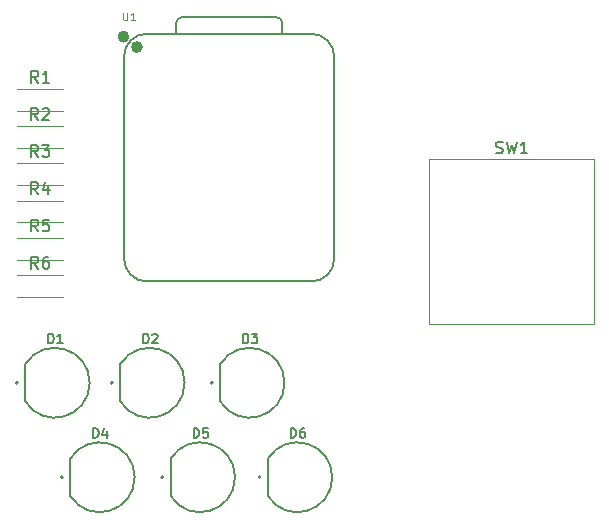
<source format=gbr>
%TF.GenerationSoftware,KiCad,Pcbnew,9.0.3*%
%TF.CreationDate,2025-07-29T19:30:13-04:00*%
%TF.ProjectId,Pathfinder,50617468-6669-46e6-9465-722e6b696361,rev?*%
%TF.SameCoordinates,Original*%
%TF.FileFunction,Legend,Top*%
%TF.FilePolarity,Positive*%
%FSLAX46Y46*%
G04 Gerber Fmt 4.6, Leading zero omitted, Abs format (unit mm)*
G04 Created by KiCad (PCBNEW 9.0.3) date 2025-07-29 19:30:13*
%MOMM*%
%LPD*%
G01*
G04 APERTURE LIST*
%ADD10C,0.150000*%
%ADD11C,0.101600*%
%ADD12C,0.120000*%
%ADD13C,0.127000*%
%ADD14C,0.100000*%
%ADD15C,0.504000*%
%ADD16C,0.200000*%
G04 APERTURE END LIST*
D10*
X154333333Y-78584819D02*
X154000000Y-78108628D01*
X153761905Y-78584819D02*
X153761905Y-77584819D01*
X153761905Y-77584819D02*
X154142857Y-77584819D01*
X154142857Y-77584819D02*
X154238095Y-77632438D01*
X154238095Y-77632438D02*
X154285714Y-77680057D01*
X154285714Y-77680057D02*
X154333333Y-77775295D01*
X154333333Y-77775295D02*
X154333333Y-77918152D01*
X154333333Y-77918152D02*
X154285714Y-78013390D01*
X154285714Y-78013390D02*
X154238095Y-78061009D01*
X154238095Y-78061009D02*
X154142857Y-78108628D01*
X154142857Y-78108628D02*
X153761905Y-78108628D01*
X155285714Y-78584819D02*
X154714286Y-78584819D01*
X155000000Y-78584819D02*
X155000000Y-77584819D01*
X155000000Y-77584819D02*
X154904762Y-77727676D01*
X154904762Y-77727676D02*
X154809524Y-77822914D01*
X154809524Y-77822914D02*
X154714286Y-77870533D01*
D11*
X161516190Y-72653479D02*
X161516190Y-73167526D01*
X161516190Y-73167526D02*
X161546428Y-73228002D01*
X161546428Y-73228002D02*
X161576666Y-73258241D01*
X161576666Y-73258241D02*
X161637142Y-73288479D01*
X161637142Y-73288479D02*
X161758095Y-73288479D01*
X161758095Y-73288479D02*
X161818571Y-73258241D01*
X161818571Y-73258241D02*
X161848809Y-73228002D01*
X161848809Y-73228002D02*
X161879047Y-73167526D01*
X161879047Y-73167526D02*
X161879047Y-72653479D01*
X162514047Y-73288479D02*
X162151190Y-73288479D01*
X162332618Y-73288479D02*
X162332618Y-72653479D01*
X162332618Y-72653479D02*
X162272142Y-72744193D01*
X162272142Y-72744193D02*
X162211666Y-72804669D01*
X162211666Y-72804669D02*
X162151190Y-72834907D01*
D10*
X163219524Y-100654295D02*
X163219524Y-99854295D01*
X163219524Y-99854295D02*
X163410000Y-99854295D01*
X163410000Y-99854295D02*
X163524286Y-99892390D01*
X163524286Y-99892390D02*
X163600476Y-99968580D01*
X163600476Y-99968580D02*
X163638571Y-100044771D01*
X163638571Y-100044771D02*
X163676667Y-100197152D01*
X163676667Y-100197152D02*
X163676667Y-100311438D01*
X163676667Y-100311438D02*
X163638571Y-100463819D01*
X163638571Y-100463819D02*
X163600476Y-100540009D01*
X163600476Y-100540009D02*
X163524286Y-100616200D01*
X163524286Y-100616200D02*
X163410000Y-100654295D01*
X163410000Y-100654295D02*
X163219524Y-100654295D01*
X163981428Y-99930485D02*
X164019524Y-99892390D01*
X164019524Y-99892390D02*
X164095714Y-99854295D01*
X164095714Y-99854295D02*
X164286190Y-99854295D01*
X164286190Y-99854295D02*
X164362381Y-99892390D01*
X164362381Y-99892390D02*
X164400476Y-99930485D01*
X164400476Y-99930485D02*
X164438571Y-100006676D01*
X164438571Y-100006676D02*
X164438571Y-100082866D01*
X164438571Y-100082866D02*
X164400476Y-100197152D01*
X164400476Y-100197152D02*
X163943333Y-100654295D01*
X163943333Y-100654295D02*
X164438571Y-100654295D01*
X154333333Y-94334819D02*
X154000000Y-93858628D01*
X153761905Y-94334819D02*
X153761905Y-93334819D01*
X153761905Y-93334819D02*
X154142857Y-93334819D01*
X154142857Y-93334819D02*
X154238095Y-93382438D01*
X154238095Y-93382438D02*
X154285714Y-93430057D01*
X154285714Y-93430057D02*
X154333333Y-93525295D01*
X154333333Y-93525295D02*
X154333333Y-93668152D01*
X154333333Y-93668152D02*
X154285714Y-93763390D01*
X154285714Y-93763390D02*
X154238095Y-93811009D01*
X154238095Y-93811009D02*
X154142857Y-93858628D01*
X154142857Y-93858628D02*
X153761905Y-93858628D01*
X155190476Y-93334819D02*
X155000000Y-93334819D01*
X155000000Y-93334819D02*
X154904762Y-93382438D01*
X154904762Y-93382438D02*
X154857143Y-93430057D01*
X154857143Y-93430057D02*
X154761905Y-93572914D01*
X154761905Y-93572914D02*
X154714286Y-93763390D01*
X154714286Y-93763390D02*
X154714286Y-94144342D01*
X154714286Y-94144342D02*
X154761905Y-94239580D01*
X154761905Y-94239580D02*
X154809524Y-94287200D01*
X154809524Y-94287200D02*
X154904762Y-94334819D01*
X154904762Y-94334819D02*
X155095238Y-94334819D01*
X155095238Y-94334819D02*
X155190476Y-94287200D01*
X155190476Y-94287200D02*
X155238095Y-94239580D01*
X155238095Y-94239580D02*
X155285714Y-94144342D01*
X155285714Y-94144342D02*
X155285714Y-93906247D01*
X155285714Y-93906247D02*
X155238095Y-93811009D01*
X155238095Y-93811009D02*
X155190476Y-93763390D01*
X155190476Y-93763390D02*
X155095238Y-93715771D01*
X155095238Y-93715771D02*
X154904762Y-93715771D01*
X154904762Y-93715771D02*
X154809524Y-93763390D01*
X154809524Y-93763390D02*
X154761905Y-93811009D01*
X154761905Y-93811009D02*
X154714286Y-93906247D01*
X154333333Y-84884819D02*
X154000000Y-84408628D01*
X153761905Y-84884819D02*
X153761905Y-83884819D01*
X153761905Y-83884819D02*
X154142857Y-83884819D01*
X154142857Y-83884819D02*
X154238095Y-83932438D01*
X154238095Y-83932438D02*
X154285714Y-83980057D01*
X154285714Y-83980057D02*
X154333333Y-84075295D01*
X154333333Y-84075295D02*
X154333333Y-84218152D01*
X154333333Y-84218152D02*
X154285714Y-84313390D01*
X154285714Y-84313390D02*
X154238095Y-84361009D01*
X154238095Y-84361009D02*
X154142857Y-84408628D01*
X154142857Y-84408628D02*
X153761905Y-84408628D01*
X154666667Y-83884819D02*
X155285714Y-83884819D01*
X155285714Y-83884819D02*
X154952381Y-84265771D01*
X154952381Y-84265771D02*
X155095238Y-84265771D01*
X155095238Y-84265771D02*
X155190476Y-84313390D01*
X155190476Y-84313390D02*
X155238095Y-84361009D01*
X155238095Y-84361009D02*
X155285714Y-84456247D01*
X155285714Y-84456247D02*
X155285714Y-84694342D01*
X155285714Y-84694342D02*
X155238095Y-84789580D01*
X155238095Y-84789580D02*
X155190476Y-84837200D01*
X155190476Y-84837200D02*
X155095238Y-84884819D01*
X155095238Y-84884819D02*
X154809524Y-84884819D01*
X154809524Y-84884819D02*
X154714286Y-84837200D01*
X154714286Y-84837200D02*
X154666667Y-84789580D01*
X193086667Y-84533200D02*
X193229524Y-84580819D01*
X193229524Y-84580819D02*
X193467619Y-84580819D01*
X193467619Y-84580819D02*
X193562857Y-84533200D01*
X193562857Y-84533200D02*
X193610476Y-84485580D01*
X193610476Y-84485580D02*
X193658095Y-84390342D01*
X193658095Y-84390342D02*
X193658095Y-84295104D01*
X193658095Y-84295104D02*
X193610476Y-84199866D01*
X193610476Y-84199866D02*
X193562857Y-84152247D01*
X193562857Y-84152247D02*
X193467619Y-84104628D01*
X193467619Y-84104628D02*
X193277143Y-84057009D01*
X193277143Y-84057009D02*
X193181905Y-84009390D01*
X193181905Y-84009390D02*
X193134286Y-83961771D01*
X193134286Y-83961771D02*
X193086667Y-83866533D01*
X193086667Y-83866533D02*
X193086667Y-83771295D01*
X193086667Y-83771295D02*
X193134286Y-83676057D01*
X193134286Y-83676057D02*
X193181905Y-83628438D01*
X193181905Y-83628438D02*
X193277143Y-83580819D01*
X193277143Y-83580819D02*
X193515238Y-83580819D01*
X193515238Y-83580819D02*
X193658095Y-83628438D01*
X193991429Y-83580819D02*
X194229524Y-84580819D01*
X194229524Y-84580819D02*
X194420000Y-83866533D01*
X194420000Y-83866533D02*
X194610476Y-84580819D01*
X194610476Y-84580819D02*
X194848572Y-83580819D01*
X195753333Y-84580819D02*
X195181905Y-84580819D01*
X195467619Y-84580819D02*
X195467619Y-83580819D01*
X195467619Y-83580819D02*
X195372381Y-83723676D01*
X195372381Y-83723676D02*
X195277143Y-83818914D01*
X195277143Y-83818914D02*
X195181905Y-83866533D01*
X155179524Y-100654295D02*
X155179524Y-99854295D01*
X155179524Y-99854295D02*
X155370000Y-99854295D01*
X155370000Y-99854295D02*
X155484286Y-99892390D01*
X155484286Y-99892390D02*
X155560476Y-99968580D01*
X155560476Y-99968580D02*
X155598571Y-100044771D01*
X155598571Y-100044771D02*
X155636667Y-100197152D01*
X155636667Y-100197152D02*
X155636667Y-100311438D01*
X155636667Y-100311438D02*
X155598571Y-100463819D01*
X155598571Y-100463819D02*
X155560476Y-100540009D01*
X155560476Y-100540009D02*
X155484286Y-100616200D01*
X155484286Y-100616200D02*
X155370000Y-100654295D01*
X155370000Y-100654295D02*
X155179524Y-100654295D01*
X156398571Y-100654295D02*
X155941428Y-100654295D01*
X156170000Y-100654295D02*
X156170000Y-99854295D01*
X156170000Y-99854295D02*
X156093809Y-99968580D01*
X156093809Y-99968580D02*
X156017619Y-100044771D01*
X156017619Y-100044771D02*
X155941428Y-100082866D01*
X171679524Y-100654295D02*
X171679524Y-99854295D01*
X171679524Y-99854295D02*
X171870000Y-99854295D01*
X171870000Y-99854295D02*
X171984286Y-99892390D01*
X171984286Y-99892390D02*
X172060476Y-99968580D01*
X172060476Y-99968580D02*
X172098571Y-100044771D01*
X172098571Y-100044771D02*
X172136667Y-100197152D01*
X172136667Y-100197152D02*
X172136667Y-100311438D01*
X172136667Y-100311438D02*
X172098571Y-100463819D01*
X172098571Y-100463819D02*
X172060476Y-100540009D01*
X172060476Y-100540009D02*
X171984286Y-100616200D01*
X171984286Y-100616200D02*
X171870000Y-100654295D01*
X171870000Y-100654295D02*
X171679524Y-100654295D01*
X172403333Y-99854295D02*
X172898571Y-99854295D01*
X172898571Y-99854295D02*
X172631905Y-100159057D01*
X172631905Y-100159057D02*
X172746190Y-100159057D01*
X172746190Y-100159057D02*
X172822381Y-100197152D01*
X172822381Y-100197152D02*
X172860476Y-100235247D01*
X172860476Y-100235247D02*
X172898571Y-100311438D01*
X172898571Y-100311438D02*
X172898571Y-100501914D01*
X172898571Y-100501914D02*
X172860476Y-100578104D01*
X172860476Y-100578104D02*
X172822381Y-100616200D01*
X172822381Y-100616200D02*
X172746190Y-100654295D01*
X172746190Y-100654295D02*
X172517619Y-100654295D01*
X172517619Y-100654295D02*
X172441428Y-100616200D01*
X172441428Y-100616200D02*
X172403333Y-100578104D01*
X175719524Y-108654295D02*
X175719524Y-107854295D01*
X175719524Y-107854295D02*
X175910000Y-107854295D01*
X175910000Y-107854295D02*
X176024286Y-107892390D01*
X176024286Y-107892390D02*
X176100476Y-107968580D01*
X176100476Y-107968580D02*
X176138571Y-108044771D01*
X176138571Y-108044771D02*
X176176667Y-108197152D01*
X176176667Y-108197152D02*
X176176667Y-108311438D01*
X176176667Y-108311438D02*
X176138571Y-108463819D01*
X176138571Y-108463819D02*
X176100476Y-108540009D01*
X176100476Y-108540009D02*
X176024286Y-108616200D01*
X176024286Y-108616200D02*
X175910000Y-108654295D01*
X175910000Y-108654295D02*
X175719524Y-108654295D01*
X176862381Y-107854295D02*
X176710000Y-107854295D01*
X176710000Y-107854295D02*
X176633809Y-107892390D01*
X176633809Y-107892390D02*
X176595714Y-107930485D01*
X176595714Y-107930485D02*
X176519524Y-108044771D01*
X176519524Y-108044771D02*
X176481428Y-108197152D01*
X176481428Y-108197152D02*
X176481428Y-108501914D01*
X176481428Y-108501914D02*
X176519524Y-108578104D01*
X176519524Y-108578104D02*
X176557619Y-108616200D01*
X176557619Y-108616200D02*
X176633809Y-108654295D01*
X176633809Y-108654295D02*
X176786190Y-108654295D01*
X176786190Y-108654295D02*
X176862381Y-108616200D01*
X176862381Y-108616200D02*
X176900476Y-108578104D01*
X176900476Y-108578104D02*
X176938571Y-108501914D01*
X176938571Y-108501914D02*
X176938571Y-108311438D01*
X176938571Y-108311438D02*
X176900476Y-108235247D01*
X176900476Y-108235247D02*
X176862381Y-108197152D01*
X176862381Y-108197152D02*
X176786190Y-108159057D01*
X176786190Y-108159057D02*
X176633809Y-108159057D01*
X176633809Y-108159057D02*
X176557619Y-108197152D01*
X176557619Y-108197152D02*
X176519524Y-108235247D01*
X176519524Y-108235247D02*
X176481428Y-108311438D01*
X158989524Y-108654295D02*
X158989524Y-107854295D01*
X158989524Y-107854295D02*
X159180000Y-107854295D01*
X159180000Y-107854295D02*
X159294286Y-107892390D01*
X159294286Y-107892390D02*
X159370476Y-107968580D01*
X159370476Y-107968580D02*
X159408571Y-108044771D01*
X159408571Y-108044771D02*
X159446667Y-108197152D01*
X159446667Y-108197152D02*
X159446667Y-108311438D01*
X159446667Y-108311438D02*
X159408571Y-108463819D01*
X159408571Y-108463819D02*
X159370476Y-108540009D01*
X159370476Y-108540009D02*
X159294286Y-108616200D01*
X159294286Y-108616200D02*
X159180000Y-108654295D01*
X159180000Y-108654295D02*
X158989524Y-108654295D01*
X160132381Y-108120961D02*
X160132381Y-108654295D01*
X159941905Y-107816200D02*
X159751428Y-108387628D01*
X159751428Y-108387628D02*
X160246667Y-108387628D01*
X154333333Y-91184819D02*
X154000000Y-90708628D01*
X153761905Y-91184819D02*
X153761905Y-90184819D01*
X153761905Y-90184819D02*
X154142857Y-90184819D01*
X154142857Y-90184819D02*
X154238095Y-90232438D01*
X154238095Y-90232438D02*
X154285714Y-90280057D01*
X154285714Y-90280057D02*
X154333333Y-90375295D01*
X154333333Y-90375295D02*
X154333333Y-90518152D01*
X154333333Y-90518152D02*
X154285714Y-90613390D01*
X154285714Y-90613390D02*
X154238095Y-90661009D01*
X154238095Y-90661009D02*
X154142857Y-90708628D01*
X154142857Y-90708628D02*
X153761905Y-90708628D01*
X155238095Y-90184819D02*
X154761905Y-90184819D01*
X154761905Y-90184819D02*
X154714286Y-90661009D01*
X154714286Y-90661009D02*
X154761905Y-90613390D01*
X154761905Y-90613390D02*
X154857143Y-90565771D01*
X154857143Y-90565771D02*
X155095238Y-90565771D01*
X155095238Y-90565771D02*
X155190476Y-90613390D01*
X155190476Y-90613390D02*
X155238095Y-90661009D01*
X155238095Y-90661009D02*
X155285714Y-90756247D01*
X155285714Y-90756247D02*
X155285714Y-90994342D01*
X155285714Y-90994342D02*
X155238095Y-91089580D01*
X155238095Y-91089580D02*
X155190476Y-91137200D01*
X155190476Y-91137200D02*
X155095238Y-91184819D01*
X155095238Y-91184819D02*
X154857143Y-91184819D01*
X154857143Y-91184819D02*
X154761905Y-91137200D01*
X154761905Y-91137200D02*
X154714286Y-91089580D01*
X167489524Y-108654295D02*
X167489524Y-107854295D01*
X167489524Y-107854295D02*
X167680000Y-107854295D01*
X167680000Y-107854295D02*
X167794286Y-107892390D01*
X167794286Y-107892390D02*
X167870476Y-107968580D01*
X167870476Y-107968580D02*
X167908571Y-108044771D01*
X167908571Y-108044771D02*
X167946667Y-108197152D01*
X167946667Y-108197152D02*
X167946667Y-108311438D01*
X167946667Y-108311438D02*
X167908571Y-108463819D01*
X167908571Y-108463819D02*
X167870476Y-108540009D01*
X167870476Y-108540009D02*
X167794286Y-108616200D01*
X167794286Y-108616200D02*
X167680000Y-108654295D01*
X167680000Y-108654295D02*
X167489524Y-108654295D01*
X168670476Y-107854295D02*
X168289524Y-107854295D01*
X168289524Y-107854295D02*
X168251428Y-108235247D01*
X168251428Y-108235247D02*
X168289524Y-108197152D01*
X168289524Y-108197152D02*
X168365714Y-108159057D01*
X168365714Y-108159057D02*
X168556190Y-108159057D01*
X168556190Y-108159057D02*
X168632381Y-108197152D01*
X168632381Y-108197152D02*
X168670476Y-108235247D01*
X168670476Y-108235247D02*
X168708571Y-108311438D01*
X168708571Y-108311438D02*
X168708571Y-108501914D01*
X168708571Y-108501914D02*
X168670476Y-108578104D01*
X168670476Y-108578104D02*
X168632381Y-108616200D01*
X168632381Y-108616200D02*
X168556190Y-108654295D01*
X168556190Y-108654295D02*
X168365714Y-108654295D01*
X168365714Y-108654295D02*
X168289524Y-108616200D01*
X168289524Y-108616200D02*
X168251428Y-108578104D01*
X154333333Y-81734819D02*
X154000000Y-81258628D01*
X153761905Y-81734819D02*
X153761905Y-80734819D01*
X153761905Y-80734819D02*
X154142857Y-80734819D01*
X154142857Y-80734819D02*
X154238095Y-80782438D01*
X154238095Y-80782438D02*
X154285714Y-80830057D01*
X154285714Y-80830057D02*
X154333333Y-80925295D01*
X154333333Y-80925295D02*
X154333333Y-81068152D01*
X154333333Y-81068152D02*
X154285714Y-81163390D01*
X154285714Y-81163390D02*
X154238095Y-81211009D01*
X154238095Y-81211009D02*
X154142857Y-81258628D01*
X154142857Y-81258628D02*
X153761905Y-81258628D01*
X154714286Y-80830057D02*
X154761905Y-80782438D01*
X154761905Y-80782438D02*
X154857143Y-80734819D01*
X154857143Y-80734819D02*
X155095238Y-80734819D01*
X155095238Y-80734819D02*
X155190476Y-80782438D01*
X155190476Y-80782438D02*
X155238095Y-80830057D01*
X155238095Y-80830057D02*
X155285714Y-80925295D01*
X155285714Y-80925295D02*
X155285714Y-81020533D01*
X155285714Y-81020533D02*
X155238095Y-81163390D01*
X155238095Y-81163390D02*
X154666667Y-81734819D01*
X154666667Y-81734819D02*
X155285714Y-81734819D01*
X154333333Y-88034819D02*
X154000000Y-87558628D01*
X153761905Y-88034819D02*
X153761905Y-87034819D01*
X153761905Y-87034819D02*
X154142857Y-87034819D01*
X154142857Y-87034819D02*
X154238095Y-87082438D01*
X154238095Y-87082438D02*
X154285714Y-87130057D01*
X154285714Y-87130057D02*
X154333333Y-87225295D01*
X154333333Y-87225295D02*
X154333333Y-87368152D01*
X154333333Y-87368152D02*
X154285714Y-87463390D01*
X154285714Y-87463390D02*
X154238095Y-87511009D01*
X154238095Y-87511009D02*
X154142857Y-87558628D01*
X154142857Y-87558628D02*
X153761905Y-87558628D01*
X155190476Y-87368152D02*
X155190476Y-88034819D01*
X154952381Y-86987200D02*
X154714286Y-87701485D01*
X154714286Y-87701485D02*
X155333333Y-87701485D01*
D12*
%TO.C,R1*%
X152580000Y-79130000D02*
X156420000Y-79130000D01*
X152580000Y-80970000D02*
X156420000Y-80970000D01*
D13*
%TO.C,U1*%
X161610000Y-93509000D02*
X161610000Y-76364000D01*
X163515000Y-95414000D02*
X177485000Y-95414000D01*
X166005000Y-74459000D02*
X166008728Y-73548728D01*
X166508728Y-73049000D02*
X174504000Y-73049000D01*
X175004000Y-73549000D02*
X175004000Y-74459000D01*
D14*
X177485000Y-74459000D02*
X163515000Y-74459000D01*
D13*
X177485000Y-74459000D02*
X163515000Y-74459000D01*
X179390000Y-93509000D02*
X179390000Y-76364000D01*
X161610000Y-76364000D02*
G75*
G02*
X163515000Y-74459000I1905001J-1D01*
G01*
X163515000Y-95414000D02*
G75*
G02*
X161610000Y-93509000I1J1905001D01*
G01*
X166008728Y-73548728D02*
G75*
G02*
X166508728Y-73049001I500018J-291D01*
G01*
X174504000Y-73049000D02*
G75*
G02*
X175004000Y-73549000I0J-500000D01*
G01*
X177485000Y-74459000D02*
G75*
G02*
X179390000Y-76364000I0J-1905000D01*
G01*
X179390000Y-93509000D02*
G75*
G02*
X177485000Y-95414000I-1905000J0D01*
G01*
D15*
X161802000Y-74700000D02*
G75*
G02*
X161298000Y-74700000I-252000J0D01*
G01*
X161298000Y-74700000D02*
G75*
G02*
X161802000Y-74700000I252000J0D01*
G01*
X162945000Y-75580000D02*
G75*
G02*
X162441000Y-75580000I-252000J0D01*
G01*
X162441000Y-75580000D02*
G75*
G02*
X162945000Y-75580000I252000J0D01*
G01*
D13*
%TO.C,D2*%
X161270000Y-102434000D02*
X161270000Y-105566000D01*
X161270000Y-102434000D02*
G75*
G02*
X161270000Y-105566000I2506124J-1566000D01*
G01*
D16*
X160670000Y-104000000D02*
G75*
G02*
X160470000Y-104000000I-100000J0D01*
G01*
X160470000Y-104000000D02*
G75*
G02*
X160670000Y-104000000I100000J0D01*
G01*
D12*
%TO.C,R6*%
X152580000Y-94880000D02*
X156420000Y-94880000D01*
X152580000Y-96720000D02*
X156420000Y-96720000D01*
%TO.C,R3*%
X152580000Y-85430000D02*
X156420000Y-85430000D01*
X152580000Y-87270000D02*
X156420000Y-87270000D01*
%TO.C,SW1*%
X187435000Y-85015000D02*
X201405000Y-85015000D01*
X187435000Y-98985000D02*
X187435000Y-85015000D01*
X201405000Y-85015000D02*
X201405000Y-98985000D01*
X201405000Y-98985000D02*
X187435000Y-98985000D01*
D13*
%TO.C,D1*%
X153230000Y-102434000D02*
X153230000Y-105566000D01*
X153230000Y-102434000D02*
G75*
G02*
X153230000Y-105566000I2506124J-1566000D01*
G01*
D16*
X152630000Y-104000000D02*
G75*
G02*
X152430000Y-104000000I-100000J0D01*
G01*
X152430000Y-104000000D02*
G75*
G02*
X152630000Y-104000000I100000J0D01*
G01*
D13*
%TO.C,D3*%
X169730000Y-102434000D02*
X169730000Y-105566000D01*
X169730000Y-102434000D02*
G75*
G02*
X169730000Y-105566000I2506124J-1566000D01*
G01*
D16*
X169130000Y-104000000D02*
G75*
G02*
X168930000Y-104000000I-100000J0D01*
G01*
X168930000Y-104000000D02*
G75*
G02*
X169130000Y-104000000I100000J0D01*
G01*
D13*
%TO.C,D6*%
X173770000Y-110434000D02*
X173770000Y-113566000D01*
X173770000Y-110434000D02*
G75*
G02*
X173770000Y-113566000I2506124J-1566000D01*
G01*
D16*
X173170000Y-112000000D02*
G75*
G02*
X172970000Y-112000000I-100000J0D01*
G01*
X172970000Y-112000000D02*
G75*
G02*
X173170000Y-112000000I100000J0D01*
G01*
D13*
%TO.C,D4*%
X157040000Y-110434000D02*
X157040000Y-113566000D01*
X157040000Y-110434000D02*
G75*
G02*
X157040000Y-113566000I2506124J-1566000D01*
G01*
D16*
X156440000Y-112000000D02*
G75*
G02*
X156240000Y-112000000I-100000J0D01*
G01*
X156240000Y-112000000D02*
G75*
G02*
X156440000Y-112000000I100000J0D01*
G01*
D12*
%TO.C,R5*%
X152580000Y-91730000D02*
X156420000Y-91730000D01*
X152580000Y-93570000D02*
X156420000Y-93570000D01*
D13*
%TO.C,D5*%
X165540000Y-110434000D02*
X165540000Y-113566000D01*
X165540000Y-110434000D02*
G75*
G02*
X165540000Y-113566000I2506124J-1566000D01*
G01*
D16*
X164940000Y-112000000D02*
G75*
G02*
X164740000Y-112000000I-100000J0D01*
G01*
X164740000Y-112000000D02*
G75*
G02*
X164940000Y-112000000I100000J0D01*
G01*
D12*
%TO.C,R2*%
X152580000Y-82280000D02*
X156420000Y-82280000D01*
X152580000Y-84120000D02*
X156420000Y-84120000D01*
%TO.C,R4*%
X152580000Y-88580000D02*
X156420000Y-88580000D01*
X152580000Y-90420000D02*
X156420000Y-90420000D01*
%TD*%
M02*

</source>
